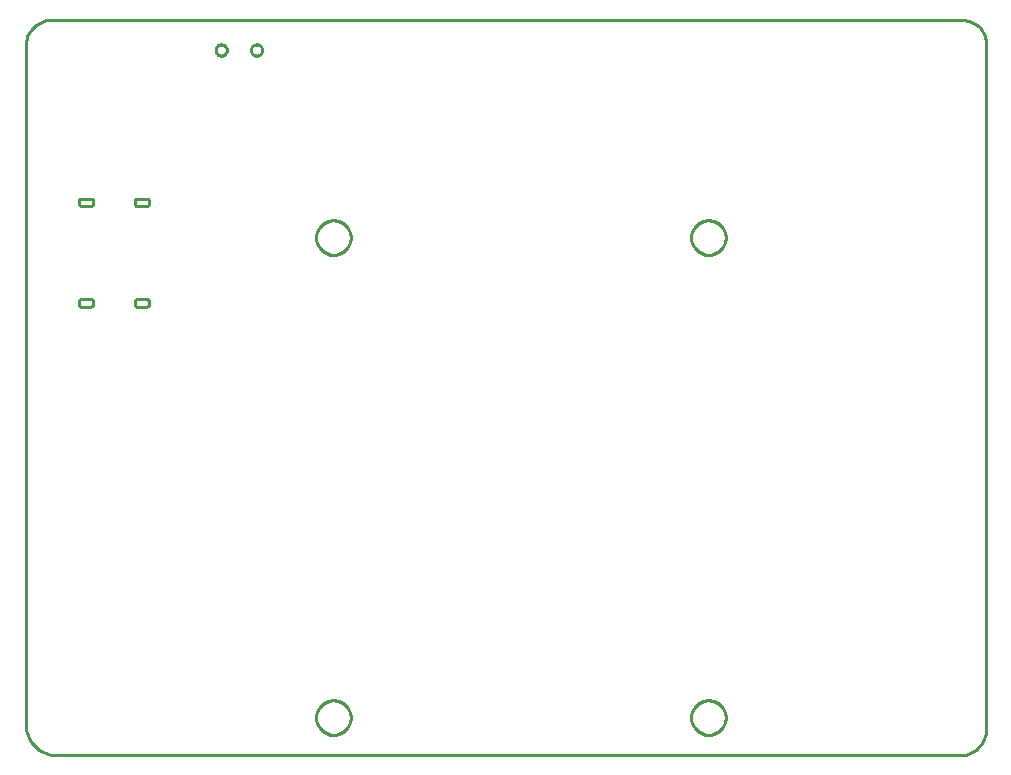
<source format=gbr>
G04 EAGLE Gerber RS-274X export*
G75*
%MOMM*%
%FSLAX34Y34*%
%LPD*%
%IN*%
%IPPOS*%
%AMOC8*
5,1,8,0,0,1.08239X$1,22.5*%
G01*
%ADD10C,0.254000*%


D10*
X-228600Y25400D02*
X-228503Y23186D01*
X-228214Y20989D01*
X-227735Y18826D01*
X-227068Y16713D01*
X-226220Y14666D01*
X-225197Y12700D01*
X-224006Y10831D01*
X-222658Y9073D01*
X-221161Y7440D01*
X-219527Y5942D01*
X-217769Y4594D01*
X-215900Y3403D01*
X-213935Y2380D01*
X-211887Y1532D01*
X-209774Y865D01*
X-207611Y386D01*
X-205414Y97D01*
X-203200Y0D01*
X565150Y0D01*
X567075Y361D01*
X568961Y889D01*
X570794Y1579D01*
X572560Y2426D01*
X574245Y3424D01*
X575837Y4565D01*
X577324Y5840D01*
X578693Y7241D01*
X579936Y8755D01*
X581041Y10371D01*
X582002Y12078D01*
X582810Y13862D01*
X583460Y15710D01*
X583946Y17607D01*
X584264Y19540D01*
X584414Y21492D01*
X584392Y23451D01*
X584200Y25400D01*
X584200Y601980D01*
X584180Y603698D01*
X584011Y605408D01*
X583694Y607097D01*
X583230Y608751D01*
X582624Y610359D01*
X581880Y611908D01*
X581004Y613386D01*
X580003Y614782D01*
X578883Y616085D01*
X577655Y617286D01*
X576326Y618376D01*
X574907Y619345D01*
X573410Y620187D01*
X571844Y620896D01*
X570223Y621465D01*
X568559Y621891D01*
X566863Y622170D01*
X565150Y622300D01*
X-209550Y622300D01*
X-211475Y621939D01*
X-213361Y621411D01*
X-215194Y620721D01*
X-216960Y619874D01*
X-218645Y618876D01*
X-220237Y617735D01*
X-221724Y616460D01*
X-223093Y615060D01*
X-224336Y613545D01*
X-225441Y611929D01*
X-226402Y610222D01*
X-227210Y608438D01*
X-227860Y606590D01*
X-228346Y604693D01*
X-228664Y602760D01*
X-228814Y600808D01*
X-228792Y598849D01*
X-228600Y596900D01*
X-228600Y25400D01*
X-183900Y381150D02*
X-183895Y381028D01*
X-183879Y380907D01*
X-183852Y380788D01*
X-183816Y380671D01*
X-183769Y380558D01*
X-183712Y380450D01*
X-183647Y380347D01*
X-183572Y380250D01*
X-183490Y380160D01*
X-183400Y380078D01*
X-183303Y380003D01*
X-183200Y379938D01*
X-183092Y379881D01*
X-182979Y379834D01*
X-182862Y379798D01*
X-182743Y379771D01*
X-182622Y379755D01*
X-182500Y379750D01*
X-173300Y379750D01*
X-173178Y379755D01*
X-173057Y379771D01*
X-172938Y379798D01*
X-172821Y379834D01*
X-172708Y379881D01*
X-172600Y379938D01*
X-172497Y380003D01*
X-172400Y380078D01*
X-172310Y380160D01*
X-172228Y380250D01*
X-172153Y380347D01*
X-172088Y380450D01*
X-172031Y380558D01*
X-171984Y380671D01*
X-171948Y380788D01*
X-171921Y380907D01*
X-171905Y381028D01*
X-171900Y381150D01*
X-171900Y384350D01*
X-171905Y384472D01*
X-171921Y384593D01*
X-171948Y384712D01*
X-171984Y384829D01*
X-172031Y384942D01*
X-172088Y385050D01*
X-172153Y385153D01*
X-172228Y385250D01*
X-172310Y385340D01*
X-172400Y385422D01*
X-172497Y385497D01*
X-172600Y385562D01*
X-172708Y385619D01*
X-172821Y385666D01*
X-172938Y385702D01*
X-173057Y385729D01*
X-173178Y385745D01*
X-173300Y385750D01*
X-182500Y385750D01*
X-182622Y385745D01*
X-182743Y385729D01*
X-182862Y385702D01*
X-182979Y385666D01*
X-183092Y385619D01*
X-183200Y385562D01*
X-183303Y385497D01*
X-183400Y385422D01*
X-183490Y385340D01*
X-183572Y385250D01*
X-183647Y385153D01*
X-183712Y385050D01*
X-183769Y384942D01*
X-183816Y384829D01*
X-183852Y384712D01*
X-183879Y384593D01*
X-183895Y384472D01*
X-183900Y384350D01*
X-183900Y381150D01*
X-183900Y466550D02*
X-183895Y466428D01*
X-183879Y466307D01*
X-183852Y466188D01*
X-183816Y466071D01*
X-183769Y465958D01*
X-183712Y465850D01*
X-183647Y465747D01*
X-183572Y465650D01*
X-183490Y465560D01*
X-183400Y465478D01*
X-183303Y465403D01*
X-183200Y465338D01*
X-183092Y465281D01*
X-182979Y465234D01*
X-182862Y465198D01*
X-182743Y465171D01*
X-182622Y465155D01*
X-182500Y465150D01*
X-173300Y465150D01*
X-173178Y465155D01*
X-173057Y465171D01*
X-172938Y465198D01*
X-172821Y465234D01*
X-172708Y465281D01*
X-172600Y465338D01*
X-172497Y465403D01*
X-172400Y465478D01*
X-172310Y465560D01*
X-172228Y465650D01*
X-172153Y465747D01*
X-172088Y465850D01*
X-172031Y465958D01*
X-171984Y466071D01*
X-171948Y466188D01*
X-171921Y466307D01*
X-171905Y466428D01*
X-171900Y466550D01*
X-171900Y469750D01*
X-171905Y469872D01*
X-171921Y469993D01*
X-171948Y470112D01*
X-171984Y470229D01*
X-172031Y470342D01*
X-172088Y470450D01*
X-172153Y470553D01*
X-172228Y470650D01*
X-172310Y470740D01*
X-172400Y470822D01*
X-172497Y470897D01*
X-172600Y470962D01*
X-172708Y471019D01*
X-172821Y471066D01*
X-172938Y471102D01*
X-173057Y471129D01*
X-173178Y471145D01*
X-173300Y471150D01*
X-182500Y471150D01*
X-182622Y471145D01*
X-182743Y471129D01*
X-182862Y471102D01*
X-182979Y471066D01*
X-183092Y471019D01*
X-183200Y470962D01*
X-183303Y470897D01*
X-183400Y470822D01*
X-183490Y470740D01*
X-183572Y470650D01*
X-183647Y470553D01*
X-183712Y470450D01*
X-183769Y470342D01*
X-183816Y470229D01*
X-183852Y470112D01*
X-183879Y469993D01*
X-183895Y469872D01*
X-183900Y469750D01*
X-183900Y466550D01*
X-136600Y381150D02*
X-136595Y381028D01*
X-136579Y380907D01*
X-136552Y380788D01*
X-136516Y380671D01*
X-136469Y380558D01*
X-136412Y380450D01*
X-136347Y380347D01*
X-136272Y380250D01*
X-136190Y380160D01*
X-136100Y380078D01*
X-136003Y380003D01*
X-135900Y379938D01*
X-135792Y379881D01*
X-135679Y379834D01*
X-135562Y379798D01*
X-135443Y379771D01*
X-135322Y379755D01*
X-135200Y379750D01*
X-126000Y379750D01*
X-125878Y379755D01*
X-125757Y379771D01*
X-125638Y379798D01*
X-125521Y379834D01*
X-125408Y379881D01*
X-125300Y379938D01*
X-125197Y380003D01*
X-125100Y380078D01*
X-125010Y380160D01*
X-124928Y380250D01*
X-124853Y380347D01*
X-124788Y380450D01*
X-124731Y380558D01*
X-124684Y380671D01*
X-124648Y380788D01*
X-124621Y380907D01*
X-124605Y381028D01*
X-124600Y381150D01*
X-124600Y384350D01*
X-124605Y384472D01*
X-124621Y384593D01*
X-124648Y384712D01*
X-124684Y384829D01*
X-124731Y384942D01*
X-124788Y385050D01*
X-124853Y385153D01*
X-124928Y385250D01*
X-125010Y385340D01*
X-125100Y385422D01*
X-125197Y385497D01*
X-125300Y385562D01*
X-125408Y385619D01*
X-125521Y385666D01*
X-125638Y385702D01*
X-125757Y385729D01*
X-125878Y385745D01*
X-126000Y385750D01*
X-135200Y385750D01*
X-135322Y385745D01*
X-135443Y385729D01*
X-135562Y385702D01*
X-135679Y385666D01*
X-135792Y385619D01*
X-135900Y385562D01*
X-136003Y385497D01*
X-136100Y385422D01*
X-136190Y385340D01*
X-136272Y385250D01*
X-136347Y385153D01*
X-136412Y385050D01*
X-136469Y384942D01*
X-136516Y384829D01*
X-136552Y384712D01*
X-136579Y384593D01*
X-136595Y384472D01*
X-136600Y384350D01*
X-136600Y381150D01*
X-136600Y466550D02*
X-136595Y466428D01*
X-136579Y466307D01*
X-136552Y466188D01*
X-136516Y466071D01*
X-136469Y465958D01*
X-136412Y465850D01*
X-136347Y465747D01*
X-136272Y465650D01*
X-136190Y465560D01*
X-136100Y465478D01*
X-136003Y465403D01*
X-135900Y465338D01*
X-135792Y465281D01*
X-135679Y465234D01*
X-135562Y465198D01*
X-135443Y465171D01*
X-135322Y465155D01*
X-135200Y465150D01*
X-126000Y465150D01*
X-125878Y465155D01*
X-125757Y465171D01*
X-125638Y465198D01*
X-125521Y465234D01*
X-125408Y465281D01*
X-125300Y465338D01*
X-125197Y465403D01*
X-125100Y465478D01*
X-125010Y465560D01*
X-124928Y465650D01*
X-124853Y465747D01*
X-124788Y465850D01*
X-124731Y465958D01*
X-124684Y466071D01*
X-124648Y466188D01*
X-124621Y466307D01*
X-124605Y466428D01*
X-124600Y466550D01*
X-124600Y469750D01*
X-124605Y469872D01*
X-124621Y469993D01*
X-124648Y470112D01*
X-124684Y470229D01*
X-124731Y470342D01*
X-124788Y470450D01*
X-124853Y470553D01*
X-124928Y470650D01*
X-125010Y470740D01*
X-125100Y470822D01*
X-125197Y470897D01*
X-125300Y470962D01*
X-125408Y471019D01*
X-125521Y471066D01*
X-125638Y471102D01*
X-125757Y471129D01*
X-125878Y471145D01*
X-126000Y471150D01*
X-135200Y471150D01*
X-135322Y471145D01*
X-135443Y471129D01*
X-135562Y471102D01*
X-135679Y471066D01*
X-135792Y471019D01*
X-135900Y470962D01*
X-136003Y470897D01*
X-136100Y470822D01*
X-136190Y470740D01*
X-136272Y470650D01*
X-136347Y470553D01*
X-136412Y470450D01*
X-136469Y470342D01*
X-136516Y470229D01*
X-136552Y470112D01*
X-136579Y469993D01*
X-136595Y469872D01*
X-136600Y469750D01*
X-136600Y466550D01*
X46355Y31228D02*
X46281Y30188D01*
X46132Y29155D01*
X45910Y28136D01*
X45616Y27135D01*
X45252Y26157D01*
X44819Y25208D01*
X44319Y24293D01*
X43755Y23415D01*
X43129Y22580D01*
X42446Y21792D01*
X41708Y21054D01*
X40920Y20371D01*
X40085Y19746D01*
X39207Y19181D01*
X38292Y18682D01*
X37343Y18248D01*
X36365Y17884D01*
X35364Y17590D01*
X34345Y17368D01*
X33312Y17219D01*
X32272Y17145D01*
X31228Y17145D01*
X30188Y17219D01*
X29155Y17368D01*
X28136Y17590D01*
X27135Y17884D01*
X26157Y18248D01*
X25208Y18682D01*
X24293Y19181D01*
X23415Y19746D01*
X22580Y20371D01*
X21792Y21054D01*
X21054Y21792D01*
X20371Y22580D01*
X19746Y23415D01*
X19181Y24293D01*
X18682Y25208D01*
X18248Y26157D01*
X17884Y27135D01*
X17590Y28136D01*
X17368Y29155D01*
X17219Y30188D01*
X17145Y31228D01*
X17145Y32272D01*
X17219Y33312D01*
X17368Y34345D01*
X17590Y35364D01*
X17884Y36365D01*
X18248Y37343D01*
X18682Y38292D01*
X19181Y39207D01*
X19746Y40085D01*
X20371Y40920D01*
X21054Y41708D01*
X21792Y42446D01*
X22580Y43129D01*
X23415Y43755D01*
X24293Y44319D01*
X25208Y44819D01*
X26157Y45252D01*
X27135Y45616D01*
X28136Y45910D01*
X29155Y46132D01*
X30188Y46281D01*
X31228Y46355D01*
X32272Y46355D01*
X33312Y46281D01*
X34345Y46132D01*
X35364Y45910D01*
X36365Y45616D01*
X37343Y45252D01*
X38292Y44819D01*
X39207Y44319D01*
X40085Y43755D01*
X40920Y43129D01*
X41708Y42446D01*
X42446Y41708D01*
X43129Y40920D01*
X43755Y40085D01*
X44319Y39207D01*
X44819Y38292D01*
X45252Y37343D01*
X45616Y36365D01*
X45910Y35364D01*
X46132Y34345D01*
X46281Y33312D01*
X46355Y32272D01*
X46355Y31228D01*
X363855Y31228D02*
X363781Y30188D01*
X363632Y29155D01*
X363410Y28136D01*
X363116Y27135D01*
X362752Y26157D01*
X362319Y25208D01*
X361819Y24293D01*
X361255Y23415D01*
X360629Y22580D01*
X359946Y21792D01*
X359208Y21054D01*
X358420Y20371D01*
X357585Y19746D01*
X356707Y19181D01*
X355792Y18682D01*
X354843Y18248D01*
X353865Y17884D01*
X352864Y17590D01*
X351845Y17368D01*
X350812Y17219D01*
X349772Y17145D01*
X348728Y17145D01*
X347688Y17219D01*
X346655Y17368D01*
X345636Y17590D01*
X344635Y17884D01*
X343657Y18248D01*
X342708Y18682D01*
X341793Y19181D01*
X340915Y19746D01*
X340080Y20371D01*
X339292Y21054D01*
X338554Y21792D01*
X337871Y22580D01*
X337246Y23415D01*
X336681Y24293D01*
X336182Y25208D01*
X335748Y26157D01*
X335384Y27135D01*
X335090Y28136D01*
X334868Y29155D01*
X334719Y30188D01*
X334645Y31228D01*
X334645Y32272D01*
X334719Y33312D01*
X334868Y34345D01*
X335090Y35364D01*
X335384Y36365D01*
X335748Y37343D01*
X336182Y38292D01*
X336681Y39207D01*
X337246Y40085D01*
X337871Y40920D01*
X338554Y41708D01*
X339292Y42446D01*
X340080Y43129D01*
X340915Y43755D01*
X341793Y44319D01*
X342708Y44819D01*
X343657Y45252D01*
X344635Y45616D01*
X345636Y45910D01*
X346655Y46132D01*
X347688Y46281D01*
X348728Y46355D01*
X349772Y46355D01*
X350812Y46281D01*
X351845Y46132D01*
X352864Y45910D01*
X353865Y45616D01*
X354843Y45252D01*
X355792Y44819D01*
X356707Y44319D01*
X357585Y43755D01*
X358420Y43129D01*
X359208Y42446D01*
X359946Y41708D01*
X360629Y40920D01*
X361255Y40085D01*
X361819Y39207D01*
X362319Y38292D01*
X362752Y37343D01*
X363116Y36365D01*
X363410Y35364D01*
X363632Y34345D01*
X363781Y33312D01*
X363855Y32272D01*
X363855Y31228D01*
X363855Y437628D02*
X363781Y436588D01*
X363632Y435555D01*
X363410Y434536D01*
X363116Y433535D01*
X362752Y432557D01*
X362319Y431608D01*
X361819Y430693D01*
X361255Y429815D01*
X360629Y428980D01*
X359946Y428192D01*
X359208Y427454D01*
X358420Y426771D01*
X357585Y426146D01*
X356707Y425581D01*
X355792Y425082D01*
X354843Y424648D01*
X353865Y424284D01*
X352864Y423990D01*
X351845Y423768D01*
X350812Y423619D01*
X349772Y423545D01*
X348728Y423545D01*
X347688Y423619D01*
X346655Y423768D01*
X345636Y423990D01*
X344635Y424284D01*
X343657Y424648D01*
X342708Y425082D01*
X341793Y425581D01*
X340915Y426146D01*
X340080Y426771D01*
X339292Y427454D01*
X338554Y428192D01*
X337871Y428980D01*
X337246Y429815D01*
X336681Y430693D01*
X336182Y431608D01*
X335748Y432557D01*
X335384Y433535D01*
X335090Y434536D01*
X334868Y435555D01*
X334719Y436588D01*
X334645Y437628D01*
X334645Y438672D01*
X334719Y439712D01*
X334868Y440745D01*
X335090Y441764D01*
X335384Y442765D01*
X335748Y443743D01*
X336182Y444692D01*
X336681Y445607D01*
X337246Y446485D01*
X337871Y447320D01*
X338554Y448108D01*
X339292Y448846D01*
X340080Y449529D01*
X340915Y450155D01*
X341793Y450719D01*
X342708Y451219D01*
X343657Y451652D01*
X344635Y452016D01*
X345636Y452310D01*
X346655Y452532D01*
X347688Y452681D01*
X348728Y452755D01*
X349772Y452755D01*
X350812Y452681D01*
X351845Y452532D01*
X352864Y452310D01*
X353865Y452016D01*
X354843Y451652D01*
X355792Y451219D01*
X356707Y450719D01*
X357585Y450155D01*
X358420Y449529D01*
X359208Y448846D01*
X359946Y448108D01*
X360629Y447320D01*
X361255Y446485D01*
X361819Y445607D01*
X362319Y444692D01*
X362752Y443743D01*
X363116Y442765D01*
X363410Y441764D01*
X363632Y440745D01*
X363781Y439712D01*
X363855Y438672D01*
X363855Y437628D01*
X46355Y437628D02*
X46281Y436588D01*
X46132Y435555D01*
X45910Y434536D01*
X45616Y433535D01*
X45252Y432557D01*
X44819Y431608D01*
X44319Y430693D01*
X43755Y429815D01*
X43129Y428980D01*
X42446Y428192D01*
X41708Y427454D01*
X40920Y426771D01*
X40085Y426146D01*
X39207Y425581D01*
X38292Y425082D01*
X37343Y424648D01*
X36365Y424284D01*
X35364Y423990D01*
X34345Y423768D01*
X33312Y423619D01*
X32272Y423545D01*
X31228Y423545D01*
X30188Y423619D01*
X29155Y423768D01*
X28136Y423990D01*
X27135Y424284D01*
X26157Y424648D01*
X25208Y425082D01*
X24293Y425581D01*
X23415Y426146D01*
X22580Y426771D01*
X21792Y427454D01*
X21054Y428192D01*
X20371Y428980D01*
X19746Y429815D01*
X19181Y430693D01*
X18682Y431608D01*
X18248Y432557D01*
X17884Y433535D01*
X17590Y434536D01*
X17368Y435555D01*
X17219Y436588D01*
X17145Y437628D01*
X17145Y438672D01*
X17219Y439712D01*
X17368Y440745D01*
X17590Y441764D01*
X17884Y442765D01*
X18248Y443743D01*
X18682Y444692D01*
X19181Y445607D01*
X19746Y446485D01*
X20371Y447320D01*
X21054Y448108D01*
X21792Y448846D01*
X22580Y449529D01*
X23415Y450155D01*
X24293Y450719D01*
X25208Y451219D01*
X26157Y451652D01*
X27135Y452016D01*
X28136Y452310D01*
X29155Y452532D01*
X30188Y452681D01*
X31228Y452755D01*
X32272Y452755D01*
X33312Y452681D01*
X34345Y452532D01*
X35364Y452310D01*
X36365Y452016D01*
X37343Y451652D01*
X38292Y451219D01*
X39207Y450719D01*
X40085Y450155D01*
X40920Y449529D01*
X41708Y448846D01*
X42446Y448108D01*
X43129Y447320D01*
X43755Y446485D01*
X44319Y445607D01*
X44819Y444692D01*
X45252Y443743D01*
X45616Y442765D01*
X45910Y441764D01*
X46132Y440745D01*
X46281Y439712D01*
X46355Y438672D01*
X46355Y437628D01*
X-58510Y596633D02*
X-58570Y596103D01*
X-58688Y595583D01*
X-58865Y595079D01*
X-59096Y594599D01*
X-59380Y594147D01*
X-59713Y593730D01*
X-60090Y593353D01*
X-60507Y593020D01*
X-60959Y592736D01*
X-61439Y592505D01*
X-61943Y592328D01*
X-62463Y592210D01*
X-62993Y592150D01*
X-63527Y592150D01*
X-64057Y592210D01*
X-64577Y592328D01*
X-65081Y592505D01*
X-65561Y592736D01*
X-66013Y593020D01*
X-66430Y593353D01*
X-66807Y593730D01*
X-67140Y594147D01*
X-67424Y594599D01*
X-67655Y595079D01*
X-67832Y595583D01*
X-67950Y596103D01*
X-68010Y596633D01*
X-68010Y597167D01*
X-67950Y597697D01*
X-67832Y598217D01*
X-67655Y598721D01*
X-67424Y599201D01*
X-67140Y599653D01*
X-66807Y600070D01*
X-66430Y600447D01*
X-66013Y600780D01*
X-65561Y601064D01*
X-65081Y601295D01*
X-64577Y601472D01*
X-64057Y601590D01*
X-63527Y601650D01*
X-62993Y601650D01*
X-62463Y601590D01*
X-61943Y601472D01*
X-61439Y601295D01*
X-60959Y601064D01*
X-60507Y600780D01*
X-60090Y600447D01*
X-59713Y600070D01*
X-59380Y599653D01*
X-59096Y599201D01*
X-58865Y598721D01*
X-58688Y598217D01*
X-58570Y597697D01*
X-58510Y597167D01*
X-58510Y596633D01*
X-28510Y596633D02*
X-28570Y596103D01*
X-28688Y595583D01*
X-28865Y595079D01*
X-29096Y594599D01*
X-29380Y594147D01*
X-29713Y593730D01*
X-30090Y593353D01*
X-30507Y593020D01*
X-30959Y592736D01*
X-31439Y592505D01*
X-31943Y592328D01*
X-32463Y592210D01*
X-32993Y592150D01*
X-33527Y592150D01*
X-34057Y592210D01*
X-34577Y592328D01*
X-35081Y592505D01*
X-35561Y592736D01*
X-36013Y593020D01*
X-36430Y593353D01*
X-36807Y593730D01*
X-37140Y594147D01*
X-37424Y594599D01*
X-37655Y595079D01*
X-37832Y595583D01*
X-37950Y596103D01*
X-38010Y596633D01*
X-38010Y597167D01*
X-37950Y597697D01*
X-37832Y598217D01*
X-37655Y598721D01*
X-37424Y599201D01*
X-37140Y599653D01*
X-36807Y600070D01*
X-36430Y600447D01*
X-36013Y600780D01*
X-35561Y601064D01*
X-35081Y601295D01*
X-34577Y601472D01*
X-34057Y601590D01*
X-33527Y601650D01*
X-32993Y601650D01*
X-32463Y601590D01*
X-31943Y601472D01*
X-31439Y601295D01*
X-30959Y601064D01*
X-30507Y600780D01*
X-30090Y600447D01*
X-29713Y600070D01*
X-29380Y599653D01*
X-29096Y599201D01*
X-28865Y598721D01*
X-28688Y598217D01*
X-28570Y597697D01*
X-28510Y597167D01*
X-28510Y596633D01*
M02*

</source>
